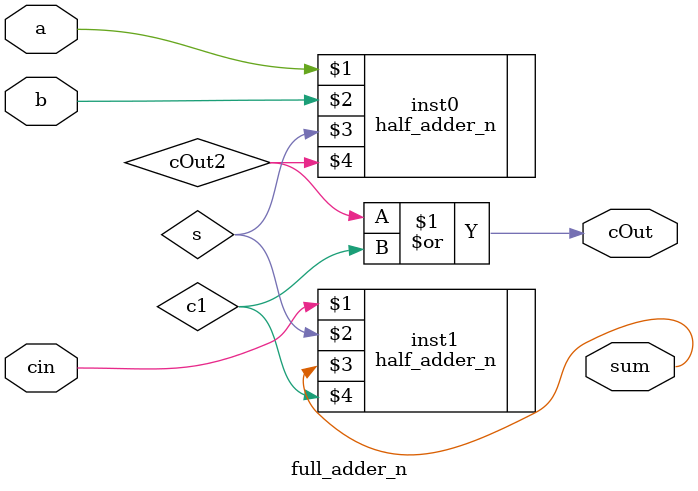
<source format=sv>

module full_adder_n(
 input logic a,b,cin,
 output logic sum,cOut
);

logic cOut2,c1,s;
half_adder_n inst0(a,b,s,cOut2);
half_adder_n inst1(cin,s,sum,c1);

assign cOut = cOut2 | c1 ;
endmodule

</source>
